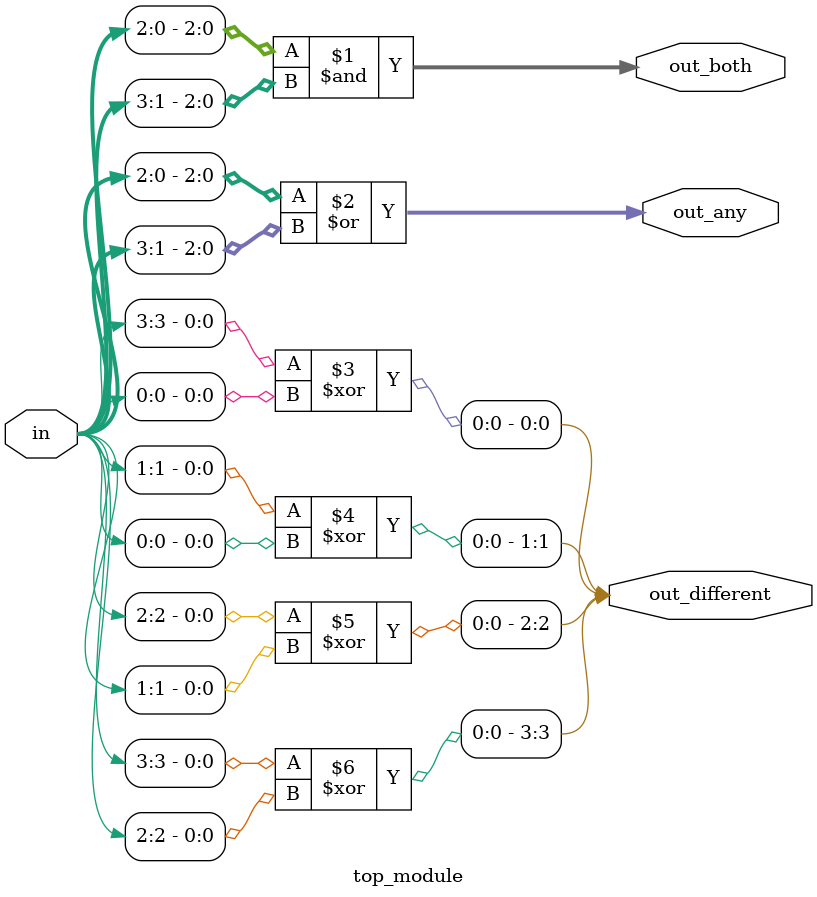
<source format=sv>
module top_module (
	input [3:0] in,
	output [2:0] out_both,
	output [3:1] out_any,
	output [3:0] out_different
);

	assign out_both = in[2:0] & in[3:1];
	assign out_any = in[2:0] | in[3:1];
	assign out_different = {in[3] ^ in[2], in[2] ^ in[1], in[1] ^ in[0], in[3] ^ in[0]};

endmodule

</source>
